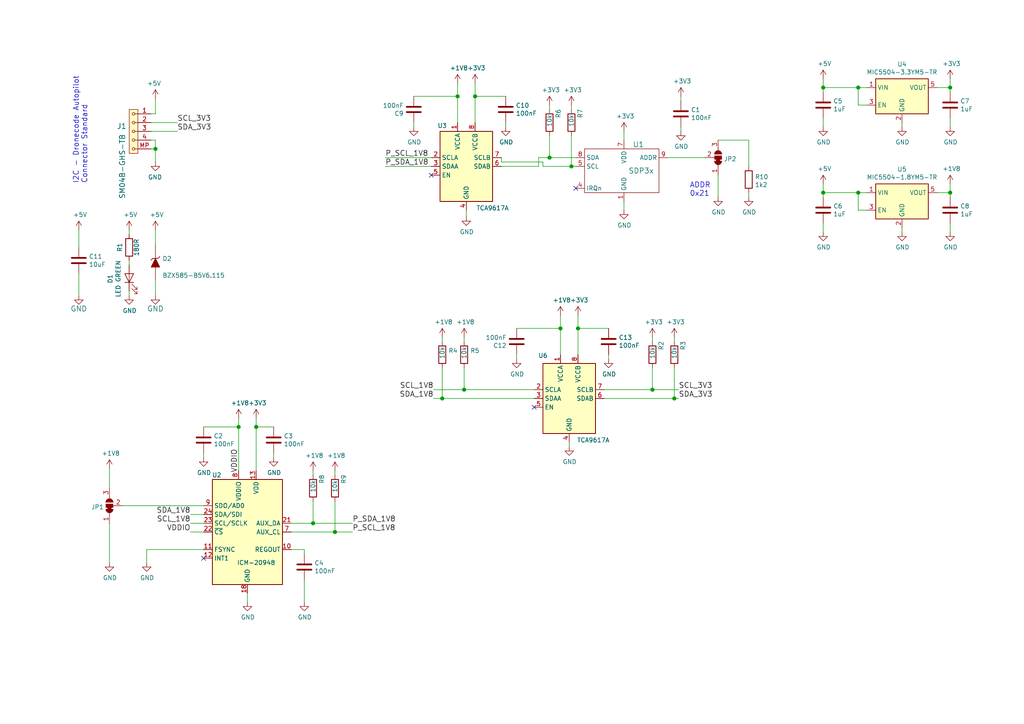
<source format=kicad_sch>
(kicad_sch (version 20210406) (generator eeschema)
  (paper "A4")
  (title_block (title "TFASPDIMU01A") (date "2021-04-05") (rev "A") (company "ThunderFly s.r.o.") (comment 1 "Differential pressure and  IMU \\n for airspeed sensing of UAVs") (comment 3 "jacho <info@thunderfly.cz>") (comment 4 "GPL 3.0"))
  (lib_symbols
    (symbol "Device:C" (pin_numbers hide) (pin_names (offset 0.254))
      (property "Reference" "C" (at 0.635 2.54 0))
      (property "Value" "C" (at 0.635 -2.54 0))
      (symbol "C_0_1"
        (polyline (pts (xy -2.032 -0.762) (xy 2.032 -0.762)) (stroke (width 0.508)))
        (polyline (pts (xy -2.032 0.762) (xy 2.032 0.762)) (stroke (width 0.508)))
      )
      (symbol "C_1_1"
        (pin passive line (at 0 3.81 270) (length 2.794) (name "~") (number "1"))
        (pin passive line (at 0 -3.81 90) (length 2.794) (name "~") (number "2"))
      )
    )
    (symbol "Device:LED" (pin_numbers hide) (pin_names (offset 1.016) hide)
      (property "Reference" "D" (at 0 2.54 0))
      (property "Value" "LED" (at 0 -2.54 0))
      (symbol "LED_0_1"
        (polyline (pts (xy -1.27 -1.27) (xy -1.27 1.27)) (stroke (width 0.2032)))
        (polyline (pts (xy -1.27 0) (xy 1.27 0)))
        (polyline (pts (xy 1.27 -1.27) (xy 1.27 1.27) (xy -1.27 0) (xy 1.27 -1.27)) (stroke (width 0.2032)))
        (polyline (pts (xy -3.048 -0.762) (xy -4.572 -2.286) (xy -3.81 -2.286) (xy -4.572 -2.286) (xy -4.572 -1.524)))
        (polyline (pts (xy -1.778 -0.762) (xy -3.302 -2.286) (xy -2.54 -2.286) (xy -3.302 -2.286) (xy -3.302 -1.524)))
      )
      (symbol "LED_1_1"
        (pin passive line (at -3.81 0 0) (length 2.54) (name "K") (number "1"))
        (pin passive line (at 3.81 0 180) (length 2.54) (name "A") (number "2"))
      )
    )
    (symbol "Device:R" (pin_numbers hide) (pin_names (offset 0))
      (property "Reference" "R" (at 2.032 0 90))
      (property "Value" "R" (at 0 0 90))
      (symbol "R_0_1"
        (rectangle (start -1.016 -2.54) (end 1.016 2.54) (stroke (width 0.254)))
      )
      (symbol "R_1_1"
        (pin passive line (at 0 3.81 270) (length 1.27) (name "~") (number "1"))
        (pin passive line (at 0 -3.81 90) (length 1.27) (name "~") (number "2"))
      )
    )
    (symbol "Interface:TCA9800"
      (property "Reference" "U" (at -7.62 11.43 0))
      (property "Value" "TCA9800" (at 5.08 11.43 0))
      (symbol "TCA9800_0_1"
        (rectangle (start -7.62 10.16) (end 7.62 -10.16) (stroke (width 0.254)) (fill (type background)))
      )
      (symbol "TCA9800_1_1"
        (pin power_in line (at -2.54 12.7 270) (length 2.54) (name "VCCA") (number "1"))
        (pin bidirectional line (at -10.16 2.54 0) (length 2.54) (name "SCLA") (number "2"))
        (pin bidirectional line (at -10.16 0 0) (length 2.54) (name "SDAA") (number "3"))
        (pin power_in line (at 0 -12.7 90) (length 2.54) (name "GND") (number "4"))
        (pin input line (at -10.16 -2.54 0) (length 2.54) (name "EN") (number "5"))
        (pin bidirectional line (at 10.16 0 180) (length 2.54) (name "SDAB") (number "6"))
        (pin bidirectional line (at 10.16 2.54 180) (length 2.54) (name "SCLB") (number "7"))
        (pin power_in line (at 2.54 12.7 270) (length 2.54) (name "VCCB") (number "8"))
      )
    )
    (symbol "Jumper:SolderJumper_3_Bridged12" (pin_names (offset 0) hide)
      (property "Reference" "JP" (at -2.54 -2.54 0))
      (property "Value" "SolderJumper_3_Bridged12" (at 0 2.794 0))
      (symbol "SolderJumper_3_Bridged12_0_1"
        (arc (start -1.016 1.016) (end -1.016 -1.016) (radius (at -1.016 0) (length 1.016) (angles 90.1 -90.1)))
        (arc (start 1.016 -1.016) (end 1.016 1.016) (radius (at 1.016 0) (length 1.016) (angles -89.9 89.9)))
        (arc (start -1.016 1.016) (end -1.016 -1.016) (radius (at -1.016 0) (length 1.016) (angles 90.1 -90.1)) (fill (type outline)))
        (arc (start 1.016 -1.016) (end 1.016 1.016) (radius (at 1.016 0) (length 1.016) (angles -89.9 89.9)) (fill (type outline)))
        (rectangle (start -1.016 0.508) (end -0.508 -0.508) (fill (type outline)))
        (rectangle (start -0.508 1.016) (end 0.508 -1.016) (fill (type outline)))
        (polyline (pts (xy -2.54 0) (xy -2.032 0)))
        (polyline (pts (xy -1.016 1.016) (xy -1.016 -1.016)))
        (polyline (pts (xy 0 -1.27) (xy 0 -1.016)))
        (polyline (pts (xy 1.016 1.016) (xy 1.016 -1.016)))
        (polyline (pts (xy 2.54 0) (xy 2.032 0)))
      )
      (symbol "SolderJumper_3_Bridged12_1_1"
        (pin passive line (at -5.08 0 0) (length 2.54) (name "A") (number "1"))
        (pin input line (at 0 -3.81 90) (length 2.54) (name "C") (number "2"))
        (pin passive line (at 5.08 0 180) (length 2.54) (name "B") (number "3"))
      )
    )
    (symbol "MLAB_CONNECTORS_JST:SM04B-GHS-TB" (pin_names (offset 1.016))
      (property "Reference" "J" (at 0 -7.62 0))
      (property "Value" "SM04B-GHS-TB" (at 0 7.62 0))
      (symbol "SM04B-GHS-TB_0_1"
        (circle (center 0 -5.08) (radius 0.381))
        (circle (center 0 -2.54) (radius 0.381))
        (circle (center 0 0) (radius 0.381))
        (circle (center 0 2.54) (radius 0.381))
        (circle (center 0 5.08) (radius 0.381))
        (rectangle (start -1.27 6.35) (end 1.27 -6.35) (fill (type background)))
        (polyline (pts (xy -1.27 -5.08) (xy -0.381 -5.08)))
        (polyline (pts (xy -1.27 -2.54) (xy -0.381 -2.54)))
        (polyline (pts (xy -1.27 0) (xy -0.381 0)))
        (polyline (pts (xy -1.27 2.54) (xy -0.381 2.54)))
        (polyline (pts (xy -1.27 5.08) (xy -0.381 5.08)))
      )
      (symbol "SM04B-GHS-TB_1_1"
        (pin input line (at -5.08 5.08 0) (length 3.81) (name "~") (number "1"))
        (pin input line (at -5.08 2.54 0) (length 3.81) (name "~") (number "2"))
        (pin input line (at -5.08 0 0) (length 3.81) (name "~") (number "3"))
        (pin input line (at -5.08 -2.54 0) (length 3.81) (name "~") (number "4"))
        (pin input line (at -5.08 -5.08 0) (length 3.81) (name "~") (number "MP"))
      )
    )
    (symbol "MLAB_D:D_ZENER" (pin_numbers hide) (pin_names (offset 1.016) hide)
      (property "Reference" "D" (at 0 2.54 0))
      (property "Value" "D_ZENER" (at 0 -2.54 0))
      (symbol "D_ZENER_0_1"
        (polyline (pts (xy -1.778 1.27) (xy -1.27 0.762) (xy -1.27 -0.762) (xy -0.762 -1.27) (xy -0.762 -1.27)) (stroke (width 0.2032)))
        (polyline (pts (xy -1.27 0) (xy 1.27 1.27) (xy 1.27 -1.27) (xy -1.27 0) (xy -1.27 0)) (fill (type outline)))
      )
      (symbol "D_ZENER_1_1"
        (pin passive line (at -5.08 0 0) (length 3.81) (name "K") (number "1"))
        (pin passive line (at 5.08 0 180) (length 3.81) (name "A") (number "2"))
      )
    )
    (symbol "MLAB_IO:SDP3x"
      (property "Reference" "U" (at 2.54 11.43 0))
      (property "Value" "SDP3x" (at 6.35 0 0))
      (symbol "SDP3x_0_1"
        (rectangle (start -11.43 10.16) (end 10.16 -2.54))
      )
      (symbol "SDP3x_1_1"
        (pin unspecified line (at 0 -5.08 90) (length 2.54) (name "GND") (number "1"))
        (pin unspecified line (at 0 -5.08 90) (length 2.54) hide (name "GND") (number "10"))
        (pin unspecified line (at 0 -5.08 90) (length 2.54) hide (name "GND") (number "11"))
        (pin unspecified line (at 0 -5.08 90) (length 2.54) hide (name "GND") (number "17"))
        (pin unspecified line (at 0 -5.08 90) (length 2.54) hide (name "GND") (number "18"))
        (pin unspecified line (at 0 -5.08 90) (length 2.54) hide (name "GND") (number "2"))
        (pin unspecified line (at 0 -5.08 90) (length 2.54) hide (name "GND") (number "3"))
        (pin unspecified line (at -13.97 -1.27 0) (length 2.54) (name "IRQn") (number "4"))
        (pin unspecified line (at -13.97 5.08 0) (length 2.54) (name "SCL") (number "5"))
        (pin unspecified line (at 0 -5.08 90) (length 2.54) hide (name "GND") (number "6"))
        (pin unspecified line (at 0 12.7 270) (length 2.54) (name "VDD") (number "7"))
        (pin unspecified line (at -13.97 7.62 0) (length 2.54) (name "SDA") (number "8"))
        (pin unspecified line (at 12.7 7.62 180) (length 2.54) (name "ADDR") (number "9"))
      )
    )
    (symbol "Regulator_Linear:MIC5504-1.8YM5"
      (property "Reference" "U" (at -7.62 8.89 0))
      (property "Value" "MIC5504-1.8YM5" (at -7.62 6.35 0))
      (symbol "MIC5504-1.8YM5_0_1"
        (rectangle (start -7.62 -5.08) (end 7.62 5.08) (stroke (width 0.254)) (fill (type background)))
      )
      (symbol "MIC5504-1.8YM5_1_1"
        (pin power_in line (at -10.16 2.54 0) (length 2.54) (name "VIN") (number "1"))
        (pin power_in line (at 0 -7.62 90) (length 2.54) (name "GND") (number "2"))
        (pin input line (at -10.16 -2.54 0) (length 2.54) (name "EN") (number "3"))
        (pin no_connect line (at 7.62 -2.54 180) (length 2.54) hide (name "NC") (number "4"))
        (pin power_out line (at 10.16 2.54 180) (length 2.54) (name "VOUT") (number "5"))
      )
    )
    (symbol "Regulator_Linear:MIC5504-3.3YM5"
      (property "Reference" "U" (at -7.62 8.89 0))
      (property "Value" "MIC5504-3.3YM5" (at -7.62 6.35 0))
      (symbol "MIC5504-3.3YM5_0_1"
        (rectangle (start -7.62 -5.08) (end 7.62 5.08) (stroke (width 0.254)) (fill (type background)))
      )
      (symbol "MIC5504-3.3YM5_1_1"
        (pin power_in line (at -10.16 2.54 0) (length 2.54) (name "VIN") (number "1"))
        (pin power_in line (at 0 -7.62 90) (length 2.54) (name "GND") (number "2"))
        (pin input line (at -10.16 -2.54 0) (length 2.54) (name "EN") (number "3"))
        (pin no_connect line (at 7.62 -2.54 180) (length 2.54) hide (name "NC") (number "4"))
        (pin power_out line (at 10.16 2.54 180) (length 2.54) (name "VOUT") (number "5"))
      )
    )
    (symbol "Sensor_Motion:ICM-20948"
      (property "Reference" "U" (at -11.43 16.51 0))
      (property "Value" "ICM-20948" (at 7.62 -16.51 0))
      (symbol "ICM-20948_0_1"
        (rectangle (start -10.16 15.24) (end 10.16 -15.24) (stroke (width 0.254)) (fill (type background)))
      )
      (symbol "ICM-20948_1_1"
        (pin no_connect line (at -10.16 12.7 0) (length 2.54) hide (name "NC") (number "1"))
        (pin passive line (at 12.7 -5.08 180) (length 2.54) (name "REGOUT") (number "10"))
        (pin input line (at -12.7 -5.08 0) (length 2.54) (name "FSYNC") (number "11"))
        (pin output line (at -12.7 -7.62 0) (length 2.54) (name "INT1") (number "12"))
        (pin power_in line (at 2.54 17.78 270) (length 2.54) (name "VDD") (number "13"))
        (pin no_connect line (at 10.16 7.62 180) (length 2.54) hide (name "NC") (number "14"))
        (pin no_connect line (at 10.16 5.08 180) (length 2.54) hide (name "NC") (number "15"))
        (pin no_connect line (at 10.16 -7.62 180) (length 2.54) hide (name "NC") (number "16"))
        (pin no_connect line (at 10.16 -10.16 180) (length 2.54) hide (name "NC") (number "17"))
        (pin power_in line (at 0 -17.78 90) (length 2.54) (name "GND") (number "18"))
        (pin no_connect line (at 10.16 -12.7 180) (length 2.54) hide (name "RESV") (number "19"))
        (pin no_connect line (at -10.16 10.16 0) (length 2.54) hide (name "NC") (number "2"))
        (pin passive line (at 0 -17.78 90) (length 2.54) hide (name "GND") (number "20"))
        (pin bidirectional line (at 12.7 2.54 180) (length 2.54) (name "AUX_DA") (number "21"))
        (pin input line (at -12.7 0 0) (length 2.54) (name "~CS") (number "22"))
        (pin input line (at -12.7 2.54 0) (length 2.54) (name "SCL/SCLK") (number "23"))
        (pin bidirectional line (at -12.7 5.08 0) (length 2.54) (name "SDA/SDI") (number "24"))
        (pin no_connect line (at -10.16 -2.54 0) (length 2.54) hide (name "NC") (number "3"))
        (pin no_connect line (at -10.16 -10.16 0) (length 2.54) hide (name "NC") (number "4"))
        (pin no_connect line (at -10.16 -12.7 0) (length 2.54) hide (name "NC") (number "5"))
        (pin no_connect line (at 10.16 10.16 180) (length 2.54) hide (name "NC") (number "6"))
        (pin output line (at 12.7 0 180) (length 2.54) (name "AUX_CL") (number "7"))
        (pin power_in line (at -2.54 17.78 270) (length 2.54) (name "VDDIO") (number "8"))
        (pin bidirectional line (at -12.7 7.62 0) (length 2.54) (name "SDO/AD0") (number "9"))
      )
    )
    (symbol "power:+1V8" (power) (pin_names (offset 0))
      (property "Value" "+1V8" (at 0 3.556 0))
      (symbol "+1V8_0_1"
        (polyline (pts (xy -0.762 1.27) (xy 0 2.54)))
        (polyline (pts (xy 0 0) (xy 0 2.54)))
        (polyline (pts (xy 0 2.54) (xy 0.762 1.27)))
      )
      (symbol "+1V8_1_1"
        (pin power_in line (at 0 0 90) (length 0) hide (name "+1V8") (number "1"))
      )
    )
    (symbol "power:+3.3V" (power) (pin_names (offset 0))
      (property "Value" "+3.3V" (at 0 3.556 0))
      (symbol "+3.3V_0_1"
        (polyline (pts (xy -0.762 1.27) (xy 0 2.54)))
        (polyline (pts (xy 0 0) (xy 0 2.54)))
        (polyline (pts (xy 0 2.54) (xy 0.762 1.27)))
      )
      (symbol "+3.3V_1_1"
        (pin power_in line (at 0 0 90) (length 0) hide (name "+3V3") (number "1"))
      )
    )
    (symbol "power:+5V" (power) (pin_names (offset 0))
      (property "Value" "+5V" (at 0 3.556 0))
      (symbol "+5V_0_1"
        (polyline (pts (xy -0.762 1.27) (xy 0 2.54)))
        (polyline (pts (xy 0 0) (xy 0 2.54)))
        (polyline (pts (xy 0 2.54) (xy 0.762 1.27)))
      )
      (symbol "+5V_1_1"
        (pin power_in line (at 0 0 90) (length 0) hide (name "+5V") (number "1"))
      )
    )
    (symbol "power:GND" (power) (pin_names (offset 0))
      (property "Value" "GND" (at 0 -3.81 0))
      (symbol "GND_0_1"
        (polyline (pts (xy 0 0) (xy 0 -1.27) (xy 1.27 -1.27) (xy 0 -2.54) (xy -1.27 -1.27) (xy 0 -1.27)))
      )
      (symbol "GND_1_1"
        (pin power_in line (at 0 0 270) (length 0) hide (name "GND") (number "1"))
      )
    )
  )
  (junction (at 45.085 43.18) (diameter 1.016))
  (junction (at 69.215 123.825) (diameter 1.016))
  (junction (at 74.295 123.825) (diameter 1.016))
  (junction (at 90.805 151.765) (diameter 1.016))
  (junction (at 97.155 154.305) (diameter 1.016))
  (junction (at 128.27 115.57) (diameter 1.016))
  (junction (at 132.715 27.94) (diameter 1.016))
  (junction (at 134.62 113.03) (diameter 1.016))
  (junction (at 137.795 27.94) (diameter 1.016))
  (junction (at 159.385 45.72) (diameter 1.016))
  (junction (at 162.56 95.25) (diameter 1.016))
  (junction (at 165.735 48.26) (diameter 1.016))
  (junction (at 167.64 95.25) (diameter 1.016))
  (junction (at 189.23 113.03) (diameter 1.016))
  (junction (at 195.58 115.57) (diameter 1.016))
  (junction (at 238.76 25.4) (diameter 1.016))
  (junction (at 238.76 55.88) (diameter 1.016))
  (junction (at 248.92 25.4) (diameter 1.016))
  (junction (at 248.92 55.88) (diameter 1.016))
  (junction (at 275.59 25.4) (diameter 1.016))
  (junction (at 275.59 55.88) (diameter 1.016))
  (no_connect (at 59.055 161.925))
  (no_connect (at 125.095 50.8))
  (no_connect (at 154.94 118.11))
  (no_connect (at 167.005 54.61))
  (wire (pts (xy 22.86 66.675) (xy 22.86 71.755)))
  (wire (pts (xy 22.86 79.375) (xy 22.86 85.725)))
  (wire (pts (xy 31.75 135.89) (xy 31.75 141.605)))
  (wire (pts (xy 31.75 151.765) (xy 31.75 163.195)))
  (wire (pts (xy 35.56 146.685) (xy 59.055 146.685)))
  (wire (pts (xy 37.465 66.675) (xy 37.465 67.945)))
  (wire (pts (xy 37.465 75.565) (xy 37.465 76.835)))
  (wire (pts (xy 37.465 84.455) (xy 37.465 85.725)))
  (wire (pts (xy 42.545 159.385) (xy 42.545 163.195)))
  (wire (pts (xy 42.545 159.385) (xy 59.055 159.385)))
  (wire (pts (xy 43.815 35.56) (xy 51.435 35.56)))
  (wire (pts (xy 43.815 38.1) (xy 51.435 38.1)))
  (wire (pts (xy 43.815 40.64) (xy 45.085 40.64)))
  (wire (pts (xy 43.815 43.18) (xy 45.085 43.18)))
  (wire (pts (xy 45.085 28.575) (xy 45.085 33.02)))
  (wire (pts (xy 45.085 33.02) (xy 43.815 33.02)))
  (wire (pts (xy 45.085 40.64) (xy 45.085 43.18)))
  (wire (pts (xy 45.085 43.18) (xy 45.085 46.99)))
  (wire (pts (xy 45.085 66.675) (xy 45.085 71.12)))
  (wire (pts (xy 45.085 81.28) (xy 45.085 85.725)))
  (wire (pts (xy 55.245 149.225) (xy 59.055 149.225)))
  (wire (pts (xy 55.245 151.765) (xy 59.055 151.765)))
  (wire (pts (xy 55.245 154.305) (xy 59.055 154.305)))
  (wire (pts (xy 59.055 123.825) (xy 69.215 123.825)))
  (wire (pts (xy 59.055 132.715) (xy 59.055 131.445)))
  (wire (pts (xy 69.215 121.285) (xy 69.215 123.825)))
  (wire (pts (xy 69.215 123.825) (xy 69.215 136.525)))
  (wire (pts (xy 71.755 174.625) (xy 71.755 172.085)))
  (wire (pts (xy 74.295 121.285) (xy 74.295 123.825)))
  (wire (pts (xy 74.295 123.825) (xy 74.295 136.525)))
  (wire (pts (xy 79.375 123.825) (xy 74.295 123.825)))
  (wire (pts (xy 79.375 132.715) (xy 79.375 131.445)))
  (wire (pts (xy 84.455 151.765) (xy 90.805 151.765)))
  (wire (pts (xy 84.455 154.305) (xy 97.155 154.305)))
  (wire (pts (xy 84.455 159.385) (xy 88.265 159.385)))
  (wire (pts (xy 88.265 159.385) (xy 88.265 160.655)))
  (wire (pts (xy 88.265 168.275) (xy 88.265 174.625)))
  (wire (pts (xy 90.805 137.795) (xy 90.805 136.525)))
  (wire (pts (xy 90.805 145.415) (xy 90.805 151.765)))
  (wire (pts (xy 90.805 151.765) (xy 102.235 151.765)))
  (wire (pts (xy 97.155 136.525) (xy 97.155 137.795)))
  (wire (pts (xy 97.155 145.415) (xy 97.155 154.305)))
  (wire (pts (xy 97.155 154.305) (xy 102.235 154.305)))
  (wire (pts (xy 111.76 45.72) (xy 125.095 45.72)))
  (wire (pts (xy 111.76 48.26) (xy 125.095 48.26)))
  (wire (pts (xy 120.015 27.94) (xy 132.715 27.94)))
  (wire (pts (xy 120.015 36.83) (xy 120.015 35.56)))
  (wire (pts (xy 125.73 113.03) (xy 134.62 113.03)))
  (wire (pts (xy 125.73 115.57) (xy 128.27 115.57)))
  (wire (pts (xy 128.27 97.79) (xy 128.27 99.06)))
  (wire (pts (xy 128.27 106.68) (xy 128.27 115.57)))
  (wire (pts (xy 128.27 115.57) (xy 154.94 115.57)))
  (wire (pts (xy 132.715 24.13) (xy 132.715 27.94)))
  (wire (pts (xy 132.715 27.94) (xy 132.715 35.56)))
  (wire (pts (xy 134.62 97.79) (xy 134.62 99.06)))
  (wire (pts (xy 134.62 106.68) (xy 134.62 113.03)))
  (wire (pts (xy 134.62 113.03) (xy 154.94 113.03)))
  (wire (pts (xy 135.255 60.96) (xy 135.255 62.865)))
  (wire (pts (xy 137.795 24.13) (xy 137.795 27.94)))
  (wire (pts (xy 137.795 27.94) (xy 137.795 35.56)))
  (wire (pts (xy 137.795 27.94) (xy 146.685 27.94)))
  (wire (pts (xy 145.415 46.99) (xy 145.415 45.72)))
  (wire (pts (xy 145.415 48.26) (xy 156.21 48.26)))
  (wire (pts (xy 146.685 36.83) (xy 146.685 35.56)))
  (wire (pts (xy 149.86 95.25) (xy 162.56 95.25)))
  (wire (pts (xy 149.86 104.14) (xy 149.86 102.87)))
  (wire (pts (xy 156.21 45.72) (xy 159.385 45.72)))
  (wire (pts (xy 156.21 48.26) (xy 156.21 45.72)))
  (wire (pts (xy 157.48 46.99) (xy 145.415 46.99)))
  (wire (pts (xy 157.48 48.26) (xy 157.48 46.99)))
  (wire (pts (xy 159.385 30.48) (xy 159.385 31.75)))
  (wire (pts (xy 159.385 39.37) (xy 159.385 45.72)))
  (wire (pts (xy 159.385 45.72) (xy 167.005 45.72)))
  (wire (pts (xy 162.56 91.44) (xy 162.56 95.25)))
  (wire (pts (xy 162.56 95.25) (xy 162.56 102.87)))
  (wire (pts (xy 165.1 128.27) (xy 165.1 129.54)))
  (wire (pts (xy 165.735 30.48) (xy 165.735 31.75)))
  (wire (pts (xy 165.735 39.37) (xy 165.735 48.26)))
  (wire (pts (xy 165.735 48.26) (xy 157.48 48.26)))
  (wire (pts (xy 165.735 48.26) (xy 167.005 48.26)))
  (wire (pts (xy 167.64 91.44) (xy 167.64 95.25)))
  (wire (pts (xy 167.64 95.25) (xy 167.64 102.87)))
  (wire (pts (xy 167.64 95.25) (xy 176.53 95.25)))
  (wire (pts (xy 175.26 113.03) (xy 189.23 113.03)))
  (wire (pts (xy 175.26 115.57) (xy 195.58 115.57)))
  (wire (pts (xy 176.53 104.14) (xy 176.53 102.87)))
  (wire (pts (xy 180.975 40.64) (xy 180.975 38.1)))
  (wire (pts (xy 180.975 58.42) (xy 180.975 60.96)))
  (wire (pts (xy 189.23 97.79) (xy 189.23 99.06)))
  (wire (pts (xy 189.23 106.68) (xy 189.23 113.03)))
  (wire (pts (xy 189.23 113.03) (xy 196.85 113.03)))
  (wire (pts (xy 193.675 45.72) (xy 204.47 45.72)))
  (wire (pts (xy 195.58 97.79) (xy 195.58 99.06)))
  (wire (pts (xy 195.58 106.68) (xy 195.58 115.57)))
  (wire (pts (xy 195.58 115.57) (xy 196.85 115.57)))
  (wire (pts (xy 197.485 29.21) (xy 197.485 27.94)))
  (wire (pts (xy 197.485 38.1) (xy 197.485 36.83)))
  (wire (pts (xy 208.28 40.64) (xy 217.17 40.64)))
  (wire (pts (xy 208.28 50.8) (xy 208.28 57.15)))
  (wire (pts (xy 217.17 40.64) (xy 217.17 48.26)))
  (wire (pts (xy 217.17 55.88) (xy 217.17 57.15)))
  (wire (pts (xy 238.76 25.4) (xy 238.76 22.86)))
  (wire (pts (xy 238.76 25.4) (xy 238.76 26.67)))
  (wire (pts (xy 238.76 34.29) (xy 238.76 36.83)))
  (wire (pts (xy 238.76 55.88) (xy 238.76 53.34)))
  (wire (pts (xy 238.76 55.88) (xy 238.76 57.15)))
  (wire (pts (xy 238.76 64.77) (xy 238.76 67.31)))
  (wire (pts (xy 248.92 25.4) (xy 238.76 25.4)))
  (wire (pts (xy 248.92 30.48) (xy 248.92 25.4)))
  (wire (pts (xy 248.92 55.88) (xy 238.76 55.88)))
  (wire (pts (xy 248.92 60.96) (xy 248.92 55.88)))
  (wire (pts (xy 251.46 25.4) (xy 248.92 25.4)))
  (wire (pts (xy 251.46 30.48) (xy 248.92 30.48)))
  (wire (pts (xy 251.46 55.88) (xy 248.92 55.88)))
  (wire (pts (xy 251.46 60.96) (xy 248.92 60.96)))
  (wire (pts (xy 261.62 36.83) (xy 261.62 35.56)))
  (wire (pts (xy 261.62 67.31) (xy 261.62 66.04)))
  (wire (pts (xy 271.78 25.4) (xy 275.59 25.4)))
  (wire (pts (xy 271.78 55.88) (xy 275.59 55.88)))
  (wire (pts (xy 275.59 22.86) (xy 275.59 25.4)))
  (wire (pts (xy 275.59 25.4) (xy 275.59 26.67)))
  (wire (pts (xy 275.59 34.29) (xy 275.59 36.83)))
  (wire (pts (xy 275.59 53.34) (xy 275.59 55.88)))
  (wire (pts (xy 275.59 55.88) (xy 275.59 57.15)))
  (wire (pts (xy 275.59 64.77) (xy 275.59 67.31)))
  (text "I2C - Dronecode Autopilot\nConnector Standard" (at 25.4 53.34 90) (effects (font (size 1.524 1.524)) (justify left bottom)))
  (text "ADDR\n0x21\n" (at 200.025 57.15 0) (effects (font (size 1.524 1.524)) (justify left bottom)))
  (label "SCL_3V3" (at 51.435 35.56 0) (effects (font (size 1.524 1.524))))
  (label "SDA_3V3" (at 51.435 38.1 0) (effects (font (size 1.524 1.524))))
  (label "SDA_1V8" (at 55.245 149.225 180) (effects (font (size 1.524 1.524))))
  (label "SCL_1V8" (at 55.245 151.765 180) (effects (font (size 1.524 1.524))))
  (label "VDDIO" (at 55.245 154.305 180) (effects (font (size 1.524 1.524))))
  (label "VDDIO" (at 69.215 130.175 270) (effects (font (size 1.524 1.524))))
  (label "P_SDA_1V8" (at 102.235 151.765 0) (effects (font (size 1.524 1.524))))
  (label "P_SCL_1V8" (at 102.235 154.305 0) (effects (font (size 1.524 1.524))))
  (label "P_SCL_1V8" (at 111.76 45.72 0) (effects (font (size 1.524 1.524))))
  (label "P_SDA_1V8" (at 111.76 48.26 0) (effects (font (size 1.524 1.524))))
  (label "SCL_1V8" (at 125.73 113.03 180) (effects (font (size 1.524 1.524))))
  (label "SDA_1V8" (at 125.73 115.57 180) (effects (font (size 1.524 1.524))))
  (label "SCL_3V3" (at 196.85 113.03 0) (effects (font (size 1.524 1.524))))
  (label "SDA_3V3" (at 196.85 115.57 0) (effects (font (size 1.524 1.524))))
  (symbol (lib_id "power:+5V") (at 22.86 66.675 0) (unit 1)
    (property "Reference" "#PWR0138" (effects hide))
    (property "Value" "+5V" (at 23.241 62.2808 0))
  )
  (symbol (lib_id "power:+1V8") (at 31.75 135.89 0) (unit 1)
    (property "Reference" "#PWR0126" (effects hide))
    (property "Value" "+1V8" (at 32.131 131.4958 0))
  )
  (symbol (lib_id "power:+5V") (at 37.465 66.675 0) (unit 1)
    (property "Reference" "#PWR04" (effects hide))
    (property "Value" "+5V" (at 37.846 62.2808 0))
  )
  (symbol (lib_id "power:+5V") (at 45.085 28.575 0) (mirror y) (unit 1)
    (property "Reference" "#PWR06" (effects hide))
    (property "Value" "+5V" (at 44.704 24.1808 0))
  )
  (symbol (lib_id "power:+5V") (at 45.085 66.675 0) (unit 1)
    (property "Reference" "#PWR01" (effects hide))
    (property "Value" "+5V" (at 45.466 62.2808 0))
  )
  (symbol (lib_id "power:+1V8") (at 69.215 121.285 0) (unit 1)
    (property "Reference" "#PWR0124" (effects hide))
    (property "Value" "+1V8" (at 69.596 116.8908 0))
  )
  (symbol (lib_id "power:+3.3V") (at 74.295 121.285 0) (unit 1)
    (property "Reference" "#PWR0137" (effects hide))
    (property "Value" "+3.3V" (at 74.676 116.8908 0))
  )
  (symbol (lib_id "power:+1V8") (at 90.805 136.525 0) (unit 1)
    (property "Reference" "#PWR0133" (effects hide))
    (property "Value" "+1V8" (at 91.186 132.1308 0))
  )
  (symbol (lib_id "power:+1V8") (at 97.155 136.525 0) (unit 1)
    (property "Reference" "#PWR0134" (effects hide))
    (property "Value" "+1V8" (at 97.536 132.1308 0))
  )
  (symbol (lib_id "power:+1V8") (at 128.27 97.79 0) (unit 1)
    (property "Reference" "#PWR0135" (effects hide))
    (property "Value" "+1V8" (at 128.651 93.3958 0))
  )
  (symbol (lib_id "power:+1V8") (at 132.715 24.13 0) (unit 1)
    (property "Reference" "#PWR0122" (effects hide))
    (property "Value" "+1V8" (at 133.096 19.7358 0))
  )
  (symbol (lib_id "power:+1V8") (at 134.62 97.79 0) (unit 1)
    (property "Reference" "#PWR0136" (effects hide))
    (property "Value" "+1V8" (at 135.001 93.3958 0))
  )
  (symbol (lib_id "power:+3.3V") (at 137.795 24.13 0) (unit 1)
    (property "Reference" "#PWR0123" (effects hide))
    (property "Value" "+3.3V" (at 138.176 19.7358 0))
  )
  (symbol (lib_id "power:+3.3V") (at 159.385 30.48 0) (unit 1)
    (property "Reference" "#PWR0131" (effects hide))
    (property "Value" "+3.3V" (at 159.766 26.0858 0))
  )
  (symbol (lib_id "power:+1V8") (at 162.56 91.44 0) (unit 1)
    (property "Reference" "#PWR09" (effects hide))
    (property "Value" "+1V8" (at 162.941 87.0458 0))
  )
  (symbol (lib_id "power:+3.3V") (at 165.735 30.48 0) (unit 1)
    (property "Reference" "#PWR0132" (effects hide))
    (property "Value" "+3.3V" (at 166.116 26.0858 0))
  )
  (symbol (lib_id "power:+3.3V") (at 167.64 91.44 0) (unit 1)
    (property "Reference" "#PWR010" (effects hide))
    (property "Value" "+3.3V" (at 168.021 87.0458 0))
  )
  (symbol (lib_id "power:+3.3V") (at 180.975 38.1 0) (unit 1)
    (property "Reference" "#PWR0103" (effects hide))
    (property "Value" "+3.3V" (at 181.356 33.7058 0))
  )
  (symbol (lib_id "power:+3.3V") (at 189.23 97.79 0) (unit 1)
    (property "Reference" "#PWR012" (effects hide))
    (property "Value" "+3.3V" (at 189.611 93.3958 0))
  )
  (symbol (lib_id "power:+3.3V") (at 195.58 97.79 0) (unit 1)
    (property "Reference" "#PWR013" (effects hide))
    (property "Value" "+3.3V" (at 195.961 93.3958 0))
  )
  (symbol (lib_id "power:+3.3V") (at 197.485 27.94 0) (unit 1)
    (property "Reference" "#PWR0108" (effects hide))
    (property "Value" "+3.3V" (at 197.866 23.5458 0))
  )
  (symbol (lib_id "power:+5V") (at 238.76 22.86 0) (unit 1)
    (property "Reference" "#PWR0111" (effects hide))
    (property "Value" "+5V" (at 239.141 18.4658 0))
  )
  (symbol (lib_id "power:+5V") (at 238.76 53.34 0) (unit 1)
    (property "Reference" "#PWR0116" (effects hide))
    (property "Value" "+5V" (at 239.141 48.9458 0))
  )
  (symbol (lib_id "power:+3.3V") (at 275.59 22.86 0) (unit 1)
    (property "Reference" "#PWR0115" (effects hide))
    (property "Value" "+3.3V" (at 275.971 18.4658 0))
  )
  (symbol (lib_id "power:+1V8") (at 275.59 53.34 0) (unit 1)
    (property "Reference" "#PWR0120" (effects hide))
    (property "Value" "+1V8" (at 275.971 48.9458 0))
  )
  (symbol (lib_id "power:GND") (at 22.86 85.725 0) (unit 1)
    (property "Reference" "#PWR0139" (effects hide))
    (property "Value" "GND" (at 22.86 89.535 0) (effects (font (size 1.524 1.524))))
  )
  (symbol (lib_id "power:GND") (at 31.75 163.195 0) (unit 1)
    (property "Reference" "#PWR03" (effects hide))
    (property "Value" "GND" (at 31.877 167.5892 0))
  )
  (symbol (lib_id "power:GND") (at 37.465 85.725 0) (unit 1)
    (property "Reference" "#PWR05" (effects hide))
    (property "Value" "GND" (at 37.592 90.1192 0))
  )
  (symbol (lib_id "power:GND") (at 42.545 163.195 0) (unit 1)
    (property "Reference" "#PWR0125" (effects hide))
    (property "Value" "GND" (at 42.672 167.5892 0))
  )
  (symbol (lib_id "power:GND") (at 45.085 46.99 0) (mirror y) (unit 1)
    (property "Reference" "#PWR07" (effects hide))
    (property "Value" "GND" (at 44.958 51.3842 0))
  )
  (symbol (lib_id "power:GND") (at 45.085 85.725 0) (unit 1)
    (property "Reference" "#PWR02" (effects hide))
    (property "Value" "GND" (at 45.085 89.535 0) (effects (font (size 1.524 1.524))))
  )
  (symbol (lib_id "power:GND") (at 59.055 132.715 0) (unit 1)
    (property "Reference" "#PWR0105" (effects hide))
    (property "Value" "GND" (at 59.182 137.1092 0))
  )
  (symbol (lib_id "power:GND") (at 71.755 174.625 0) (unit 1)
    (property "Reference" "#PWR0107" (effects hide))
    (property "Value" "GND" (at 71.882 179.0192 0))
  )
  (symbol (lib_id "power:GND") (at 79.375 132.715 0) (unit 1)
    (property "Reference" "#PWR0104" (effects hide))
    (property "Value" "GND" (at 79.502 137.1092 0))
  )
  (symbol (lib_id "power:GND") (at 88.265 174.625 0) (unit 1)
    (property "Reference" "#PWR0106" (effects hide))
    (property "Value" "GND" (at 88.392 179.0192 0))
  )
  (symbol (lib_id "power:GND") (at 120.015 36.83 0) (unit 1)
    (property "Reference" "#PWR0129" (effects hide))
    (property "Value" "GND" (at 120.142 41.2242 0))
  )
  (symbol (lib_id "power:GND") (at 135.255 62.865 0) (unit 1)
    (property "Reference" "#PWR?" (effects hide))
    (property "Value" "GND" (at 135.382 67.2592 0))
  )
  (symbol (lib_id "power:GND") (at 146.685 36.83 0) (unit 1)
    (property "Reference" "#PWR0130" (effects hide))
    (property "Value" "GND" (at 146.812 41.2242 0))
  )
  (symbol (lib_id "power:GND") (at 149.86 104.14 0) (unit 1)
    (property "Reference" "#PWR08" (effects hide))
    (property "Value" "GND" (at 149.987 108.5342 0))
  )
  (symbol (lib_id "power:GND") (at 165.1 129.54 0) (unit 1)
    (property "Reference" "#PWR?" (effects hide))
    (property "Value" "GND" (at 165.227 133.9342 0))
  )
  (symbol (lib_id "power:GND") (at 176.53 104.14 0) (unit 1)
    (property "Reference" "#PWR011" (effects hide))
    (property "Value" "GND" (at 176.657 108.5342 0))
  )
  (symbol (lib_id "power:GND") (at 180.975 60.96 0) (unit 1)
    (property "Reference" "#PWR0101" (effects hide))
    (property "Value" "GND" (at 181.102 65.3542 0))
  )
  (symbol (lib_id "power:GND") (at 197.485 38.1 0) (unit 1)
    (property "Reference" "#PWR0121" (effects hide))
    (property "Value" "GND" (at 197.612 42.4942 0))
  )
  (symbol (lib_id "power:GND") (at 208.28 57.15 0) (unit 1)
    (property "Reference" "#PWR0102" (effects hide))
    (property "Value" "GND" (at 208.407 61.5442 0))
  )
  (symbol (lib_id "power:GND") (at 217.17 57.15 0) (unit 1)
    (property "Reference" "#PWR014" (effects hide))
    (property "Value" "GND" (at 217.297 61.5442 0))
  )
  (symbol (lib_id "power:GND") (at 238.76 36.83 0) (unit 1)
    (property "Reference" "#PWR0112" (effects hide))
    (property "Value" "GND" (at 238.887 41.2242 0))
  )
  (symbol (lib_id "power:GND") (at 238.76 67.31 0) (unit 1)
    (property "Reference" "#PWR0117" (effects hide))
    (property "Value" "GND" (at 238.887 71.7042 0))
  )
  (symbol (lib_id "power:GND") (at 261.62 36.83 0) (unit 1)
    (property "Reference" "#PWR0113" (effects hide))
    (property "Value" "GND" (at 261.747 41.2242 0))
  )
  (symbol (lib_id "power:GND") (at 261.62 67.31 0) (unit 1)
    (property "Reference" "#PWR0118" (effects hide))
    (property "Value" "GND" (at 261.747 71.7042 0))
  )
  (symbol (lib_id "power:GND") (at 275.59 36.83 0) (unit 1)
    (property "Reference" "#PWR0114" (effects hide))
    (property "Value" "GND" (at 275.717 41.2242 0))
  )
  (symbol (lib_id "power:GND") (at 275.59 67.31 0) (unit 1)
    (property "Reference" "#PWR0119" (effects hide))
    (property "Value" "GND" (at 275.717 71.7042 0))
  )
  (symbol (lib_id "Device:R") (at 37.465 71.755 0) (unit 1)
    (property "Reference" "R1" (at 34.7472 71.755 90))
    (property "Value" "180R" (at 39.599 71.755 90))
    (property "Footprint" "Mlab_R:SMD-0603" (effects hide))
    (property "UST_ID" "5c70984512875079b91f8957" (effects hide))
  )
  (symbol (lib_id "Device:R") (at 90.805 141.605 0) (unit 1)
    (property "Reference" "R8" (at 93.345 140.335 90) (effects (justify left)))
    (property "Value" "10k" (at 90.805 142.875 90) (effects (justify left)))
    (property "Footprint" "Mlab_R:SMD-0603" (effects hide))
    (property "UST_ID" "5c70984612875079b91f899f" (effects hide))
  )
  (symbol (lib_id "Device:R") (at 97.155 141.605 0) (unit 1)
    (property "Reference" "R9" (at 99.695 140.335 90) (effects (justify left)))
    (property "Value" "10k" (at 97.155 142.875 90) (effects (justify left)))
    (property "Footprint" "Mlab_R:SMD-0603" (effects hide))
    (property "UST_ID" "5c70984612875079b91f899f" (effects hide))
  )
  (symbol (lib_id "Device:R") (at 128.27 102.87 0) (unit 1)
    (property "Reference" "R4" (at 130.048 101.7016 0) (effects (justify left)))
    (property "Value" "10k" (at 128.27 104.14 90) (effects (justify left)))
    (property "Footprint" "Mlab_R:SMD-0603" (effects hide))
    (property "UST_ID" "5c70984612875079b91f899f" (effects hide))
  )
  (symbol (lib_id "Device:R") (at 134.62 102.87 0) (unit 1)
    (property "Reference" "R5" (at 136.398 101.7016 0) (effects (justify left)))
    (property "Value" "10k" (at 134.62 104.14 90) (effects (justify left)))
    (property "Footprint" "Mlab_R:SMD-0603" (effects hide))
    (property "UST_ID" "5c70984612875079b91f899f" (effects hide))
  )
  (symbol (lib_id "Device:R") (at 159.385 35.56 0) (unit 1)
    (property "Reference" "R6" (at 161.925 34.29 90) (effects (justify left)))
    (property "Value" "10k" (at 159.385 36.83 90) (effects (justify left)))
    (property "Footprint" "Mlab_R:SMD-0603" (effects hide))
    (property "UST_ID" "5c70984612875079b91f899f" (effects hide))
  )
  (symbol (lib_id "Device:R") (at 165.735 35.56 0) (unit 1)
    (property "Reference" "R7" (at 168.275 34.29 90) (effects (justify left)))
    (property "Value" "10k" (at 165.735 36.83 90) (effects (justify left)))
    (property "Footprint" "Mlab_R:SMD-0603" (effects hide))
    (property "UST_ID" "5c70984612875079b91f899f" (effects hide))
  )
  (symbol (lib_id "Device:R") (at 189.23 102.87 0) (unit 1)
    (property "Reference" "R2" (at 191.77 101.6 90) (effects (justify left)))
    (property "Value" "10k" (at 189.23 104.14 90) (effects (justify left)))
    (property "Footprint" "Mlab_R:SMD-0603" (effects hide))
    (property "UST_ID" "5c70984612875079b91f899f" (effects hide))
  )
  (symbol (lib_id "Device:R") (at 195.58 102.87 0) (unit 1)
    (property "Reference" "R3" (at 198.12 101.6 90) (effects (justify left)))
    (property "Value" "10k" (at 195.58 104.14 90) (effects (justify left)))
    (property "Footprint" "Mlab_R:SMD-0603" (effects hide))
    (property "UST_ID" "5c70984612875079b91f899f" (effects hide))
  )
  (symbol (lib_id "Device:R") (at 217.17 52.07 0) (unit 1)
    (property "Reference" "R10" (at 218.9481 51.3091 0) (effects (justify left)))
    (property "Value" "1k2" (at 218.9481 53.6078 0) (effects (justify left)))
  )
  (symbol (lib_id "MLAB_D:D_ZENER") (at 45.085 76.2 270) (unit 1)
    (property "Reference" "D2" (at 47.0916 75.0316 90) (effects (justify left)))
    (property "Value" "BZX585-B5V6.115" (at 47.092 79.883 90) (effects (justify left)))
    (property "Footprint" "Diode_SMD:D_SOD-523" (effects hide))
    (property "UST_ID" "60879d38128750769ee58e48" (effects hide))
  )
  (symbol (lib_id "Device:LED") (at 37.465 80.645 90) (unit 1)
    (property "Reference" "D1" (at 31.9786 80.8736 0))
    (property "Value" "LED GREEN" (at 34.29 80.874 0))
    (property "Footprint" "Mlab_D:LED_1206" (effects hide))
    (property "UST_ID" "5c70984412875079b91f8895" (effects hide))
  )
  (symbol (lib_id "Device:C") (at 22.86 75.565 0) (unit 1)
    (property "Reference" "C11" (at 25.781 74.3966 0) (effects (justify left)))
    (property "Value" "10uF" (at 25.781 76.708 0) (effects (justify left)))
    (property "Footprint" "Mlab_R:SMD-0805" (effects hide))
    (property "UST_ID" "5c70984812875079b91f8bbd" (effects hide))
  )
  (symbol (lib_id "Device:C") (at 59.055 127.635 0) (unit 1)
    (property "Reference" "C2" (at 61.976 126.4666 0) (effects (justify left)))
    (property "Value" "100nF" (at 61.976 128.778 0) (effects (justify left)))
    (property "Footprint" "Mlab_R:SMD-0603" (effects hide))
    (property "UST_ID" "5c70984712875079b91f8b4c" (effects hide))
  )
  (symbol (lib_id "Device:C") (at 79.375 127.635 0) (unit 1)
    (property "Reference" "C3" (at 82.296 126.4666 0) (effects (justify left)))
    (property "Value" "100nF" (at 82.296 128.778 0) (effects (justify left)))
    (property "Footprint" "Mlab_R:SMD-0603" (effects hide))
    (property "UST_ID" "5c70984712875079b91f8b4c" (effects hide))
  )
  (symbol (lib_id "Device:C") (at 88.265 164.465 0) (unit 1)
    (property "Reference" "C4" (at 91.186 163.2966 0) (effects (justify left)))
    (property "Value" "100nF" (at 91.186 165.608 0) (effects (justify left)))
    (property "Footprint" "Mlab_R:SMD-0603" (effects hide))
    (property "UST_ID" "5c70984712875079b91f8b4c" (effects hide))
  )
  (symbol (lib_id "Device:C") (at 120.015 31.75 180) (unit 1)
    (property "Reference" "C9" (at 117.094 32.9184 0) (effects (justify left)))
    (property "Value" "100nF" (at 117.094 30.607 0) (effects (justify left)))
    (property "Footprint" "Mlab_R:SMD-0603" (effects hide))
    (property "UST_ID" "5c70984712875079b91f8b4c" (effects hide))
  )
  (symbol (lib_id "Device:C") (at 146.685 31.75 0) (unit 1)
    (property "Reference" "C10" (at 149.606 30.5816 0) (effects (justify left)))
    (property "Value" "100nF" (at 149.606 32.893 0) (effects (justify left)))
    (property "Footprint" "Mlab_R:SMD-0603" (effects hide))
    (property "UST_ID" "5c70984712875079b91f8b4c" (effects hide))
  )
  (symbol (lib_id "Device:C") (at 149.86 99.06 180) (unit 1)
    (property "Reference" "C12" (at 146.939 100.2284 0) (effects (justify left)))
    (property "Value" "100nF" (at 146.939 97.917 0) (effects (justify left)))
    (property "Footprint" "Mlab_R:SMD-0603" (effects hide))
    (property "UST_ID" "5c70984712875079b91f8b4c" (effects hide))
  )
  (symbol (lib_id "Device:C") (at 176.53 99.06 0) (unit 1)
    (property "Reference" "C13" (at 179.451 97.8916 0) (effects (justify left)))
    (property "Value" "100nF" (at 179.451 100.203 0) (effects (justify left)))
    (property "Footprint" "Mlab_R:SMD-0603" (effects hide))
    (property "UST_ID" "5c70984712875079b91f8b4c" (effects hide))
  )
  (symbol (lib_id "Device:C") (at 197.485 33.02 0) (unit 1)
    (property "Reference" "C1" (at 200.406 31.8516 0) (effects (justify left)))
    (property "Value" "100nF" (at 200.406 34.163 0) (effects (justify left)))
    (property "Footprint" "Mlab_R:SMD-0603" (effects hide))
    (property "UST_ID" "5c70984712875079b91f8b4c" (effects hide))
  )
  (symbol (lib_id "Device:C") (at 238.76 30.48 0) (unit 1)
    (property "Reference" "C5" (at 241.681 29.3116 0) (effects (justify left)))
    (property "Value" "1uF" (at 241.681 31.623 0) (effects (justify left)))
    (property "Footprint" "Mlab_R:SMD-0603" (effects hide))
    (property "UST_ID" "5c70984712875079b91f8b50" (effects hide))
  )
  (symbol (lib_id "Device:C") (at 238.76 60.96 0) (unit 1)
    (property "Reference" "C6" (at 241.681 59.7916 0) (effects (justify left)))
    (property "Value" "1uF" (at 241.681 62.103 0) (effects (justify left)))
    (property "Footprint" "Mlab_R:SMD-0603" (effects hide))
    (property "UST_ID" "5c70984712875079b91f8b50" (effects hide))
  )
  (symbol (lib_id "Device:C") (at 275.59 30.48 0) (unit 1)
    (property "Reference" "C7" (at 278.511 29.3116 0) (effects (justify left)))
    (property "Value" "1uF" (at 278.511 31.623 0) (effects (justify left)))
    (property "Footprint" "Mlab_R:SMD-0603" (effects hide))
    (property "UST_ID" "5c70984712875079b91f8b50" (effects hide))
  )
  (symbol (lib_id "Device:C") (at 275.59 60.96 0) (unit 1)
    (property "Reference" "C8" (at 278.511 59.7916 0) (effects (justify left)))
    (property "Value" "1uF" (at 278.511 62.103 0) (effects (justify left)))
    (property "Footprint" "Mlab_R:SMD-0603" (effects hide))
    (property "UST_ID" "5c70984712875079b91f8b50" (effects hide))
  )
  (symbol (lib_id "Jumper:SolderJumper_3_Bridged12") (at 31.75 146.685 90) (unit 1)
    (property "Reference" "JP1" (at 30.0989 147.0735 90) (effects (justify left)))
    (property "Value" "SolderJumper_3_Bridged12" (effects hide))
  )
  (symbol (lib_id "Jumper:SolderJumper_3_Bridged12") (at 208.28 45.72 270) (mirror x) (unit 1)
    (property "Reference" "JP2" (at 209.9311 46.1085 90) (effects (justify left)))
    (property "Value" "SolderJumper_3_Bridged12" (effects hide))
  )
  (symbol (lib_id "MLAB_CONNECTORS_JST:SM04B-GHS-TB") (at 38.735 38.1 0) (mirror y) (unit 1)
    (property "Reference" "J1" (at 36.7538 36.6014 0) (effects (font (size 1.524 1.524)) (justify left)))
    (property "Value" "SM04B-GHS-TB" (at 35.4838 57.7342 90) (effects (font (size 1.524 1.524)) (justify left)))
    (property "Footprint" "Connector_JST:JST_GH_SM04B-GHS-TB_1x04-1MP_P1.25mm_Horizontal" (effects hide))
    (property "UST_ID" "5c86273d1287500b4e0280be" (effects hide))
  )
  (symbol (lib_id "Regulator_Linear:MIC5504-3.3YM5") (at 261.62 27.94 0) (unit 1)
    (property "Reference" "U4" (at 261.62 18.6182 0))
    (property "Value" "MIC5504-3.3YM5-TR" (at 261.62 20.9296 0))
    (property "Footprint" "Package_TO_SOT_SMD:SOT-23-5" (effects hide))
    (property "Datasheet" "http://ww1.microchip.com/downloads/en/DeviceDoc/MIC550X.pdf" (effects hide))
    (property "UST_ID" "5c7255e81287500b4e112ea2" (effects hide))
  )
  (symbol (lib_id "Regulator_Linear:MIC5504-1.8YM5") (at 261.62 58.42 0) (unit 1)
    (property "Reference" "U5" (at 261.62 49.0982 0))
    (property "Value" "MIC5504-1.8YM5-TR" (at 261.62 51.4096 0))
    (property "Footprint" "Package_TO_SOT_SMD:SOT-23-5" (effects hide))
    (property "Datasheet" "http://ww1.microchip.com/downloads/en/DeviceDoc/MIC550X.pdf" (effects hide))
    (property "UST_ID" "5c7256781287500b4e112eba" (effects hide))
  )
  (symbol (lib_id "MLAB_IO:SDP3x") (at 180.975 53.34 0) (unit 1)
    (property "Reference" "U1" (at 183.515 41.91 0) (effects (font (size 1.524 1.524)) (justify left)))
    (property "Value" "SDP3x" (at 182.245 49.53 0) (effects (font (size 1.524 1.524)) (justify left)))
    (property "Footprint" "Mlab_IO:SDP3x" (effects hide))
    (property "UST_ID" "5c70984812875079b91f8bd0" (effects hide))
  )
  (symbol (lib_id "Interface:TCA9800") (at 135.255 48.26 0) (unit 1)
    (property "Reference" "U3" (at 128.27 36.4554 0))
    (property "Value" "TCA9617A" (at 142.875 60.3441 0))
    (property "Footprint" "Package_SO:TSSOP-8_3x3mm_P0.65mm" (effects hide))
    (property "Datasheet" "https://www.nxp.com/docs/en/data-sheet/PCA9617A.pdf" (effects hide))
  )
  (symbol (lib_id "Interface:TCA9800") (at 165.1 115.57 0) (unit 1)
    (property "Reference" "U6" (at 157.48 103.1304 0))
    (property "Value" "TCA9617A" (at 172.085 127.6541 0))
    (property "Footprint" "Package_SO:TSSOP-8_3x3mm_P0.65mm" (effects hide))
    (property "Datasheet" "https://www.nxp.com/docs/en/data-sheet/PCA9617A.pdf" (effects hide))
  )
  (symbol (lib_id "Sensor_Motion:ICM-20948") (at 71.755 154.305 0) (unit 1)
    (property "Reference" "U2" (at 62.865 137.795 0))
    (property "Value" "ICM-20948" (at 74.295 163.195 0))
    (property "Footprint" "Sensor_Motion:InvenSense_QFN-24_3x3mm_P0.4mm" (effects hide))
    (property "Datasheet" "http://www.invensense.com/wp-content/uploads/2016/06/DS-000189-ICM-20948-v1.3.pdf" (effects hide))
    (property "UST_ID" "5c725a431287500b4e112ef5" (effects hide))
  )
)
</source>
